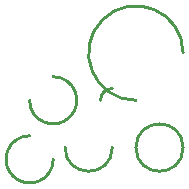
<source format=gbr>
G04 Test: Circular interpolation clockwise (G02)*
G04 Tests D01 arcs with G02 clockwise mode*
%FSLAX26Y26*%
%MOMM*%
%ADD10C,0.25*%
D10*
G75*
G04 Quarter arc CW (90 degrees)*
X3000000Y1000000D02*
G02*
X1000000Y3000000I-2000000J0D01*
G04 Half arc CW (180 degrees)*
X8000000Y2000000D02*
G02*
X4000000Y2000000I-2000000J0D01*
G04 Full circle CW (360 degrees)*
X14000000Y2000000D02*
G02*
X14000000Y2000000I-2000000J0D01*
G04 Three quarter arc CW (270 degrees)*
X3000000Y8000000D02*
G02*
X1000000Y6000000I0J-2000000D01*
G04 Small arc CW*
X7000000Y6000000D02*
G02*
X8000000Y7000000I1000000J0D01*
G04 Large radius arc CW*
X10000000Y6000000D02*
G02*
X14000000Y10000000I0J4000000D01*
M02*

</source>
